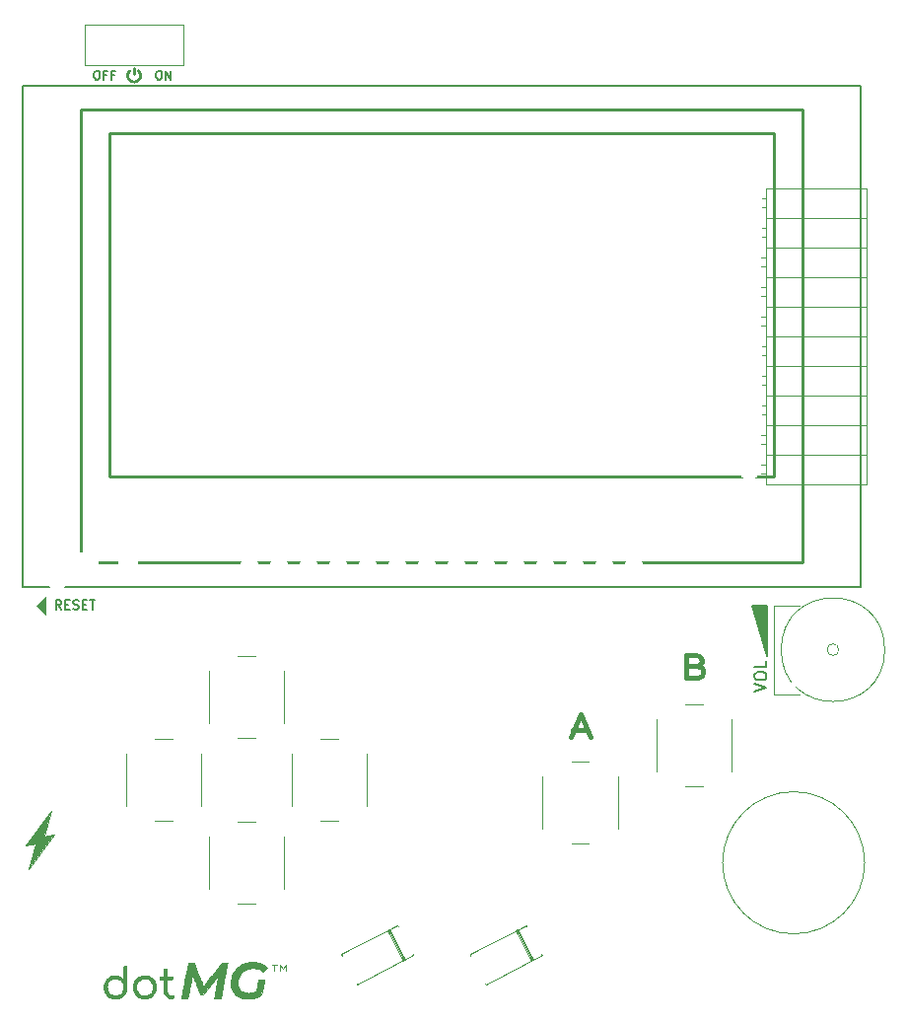
<source format=gbr>
G04 #@! TF.GenerationSoftware,KiCad,Pcbnew,(6.0.4)*
G04 #@! TF.CreationDate,2022-05-01T01:23:01+08:00*
G04 #@! TF.ProjectId,system,73797374-656d-42e6-9b69-6361645f7063,1.0-dev7*
G04 #@! TF.SameCoordinates,Original*
G04 #@! TF.FileFunction,Legend,Top*
G04 #@! TF.FilePolarity,Positive*
%FSLAX46Y46*%
G04 Gerber Fmt 4.6, Leading zero omitted, Abs format (unit mm)*
G04 Created by KiCad (PCBNEW (6.0.4)) date 2022-05-01 01:23:01*
%MOMM*%
%LPD*%
G01*
G04 APERTURE LIST*
G04 Aperture macros list*
%AMRoundRect*
0 Rectangle with rounded corners*
0 $1 Rounding radius*
0 $2 $3 $4 $5 $6 $7 $8 $9 X,Y pos of 4 corners*
0 Add a 4 corners polygon primitive as box body*
4,1,4,$2,$3,$4,$5,$6,$7,$8,$9,$2,$3,0*
0 Add four circle primitives for the rounded corners*
1,1,$1+$1,$2,$3*
1,1,$1+$1,$4,$5*
1,1,$1+$1,$6,$7*
1,1,$1+$1,$8,$9*
0 Add four rect primitives between the rounded corners*
20,1,$1+$1,$2,$3,$4,$5,0*
20,1,$1+$1,$4,$5,$6,$7,0*
20,1,$1+$1,$6,$7,$8,$9,0*
20,1,$1+$1,$8,$9,$2,$3,0*%
%AMHorizOval*
0 Thick line with rounded ends*
0 $1 width*
0 $2 $3 position (X,Y) of the first rounded end (center of the circle)*
0 $4 $5 position (X,Y) of the second rounded end (center of the circle)*
0 Add line between two ends*
20,1,$1,$2,$3,$4,$5,0*
0 Add two circle primitives to create the rounded ends*
1,1,$1,$2,$3*
1,1,$1,$4,$5*%
%AMFreePoly0*
4,1,25,0.438533,0.496437,0.442069,0.494973,0.469572,0.467470,0.471036,0.463934,0.474900,0.444501,0.474900,-0.406399,0.471036,-0.425832,0.469572,-0.429368,0.442069,-0.456871,0.438533,-0.458335,0.419100,-0.462199,-0.419099,-0.462199,-0.438532,-0.458335,-0.442068,-0.456871,-0.469571,-0.429368,-0.471035,-0.425832,-0.474899,-0.406399,-0.474899,0.444501,-0.471035,0.463934,-0.469571,0.467470,
-0.442068,0.494973,-0.438532,0.496437,-0.419099,0.500301,0.419100,0.500301,0.438533,0.496437,0.438533,0.496437,$1*%
G04 Aperture macros list end*
%ADD10C,0.100000*%
%ADD11C,0.254000*%
%ADD12C,0.177800*%
%ADD13C,0.381000*%
%ADD14C,0.114300*%
%ADD15C,0.150000*%
%ADD16C,0.120000*%
%ADD17C,0.250000*%
%ADD18C,0.010000*%
%ADD19C,1.851600*%
%ADD20C,5.501599*%
%ADD21C,5.501600*%
%ADD22RoundRect,0.050800X0.467788X1.483635X-1.483635X0.467788X-0.467788X-1.483635X1.483635X-0.467788X0*%
%ADD23HorizOval,2.301600X0.000000X0.000000X0.000000X0.000000X0*%
%ADD24C,1.625600*%
%ADD25C,1.801600*%
%ADD26C,2.101600*%
%ADD27C,1.401600*%
%ADD28FreePoly0,0.000000*%
%ADD29C,1.701600*%
%ADD30O,1.701600X1.701600*%
%ADD31C,2.201600*%
%ADD32O,1.801600X1.801600*%
G04 APERTURE END LIST*
D10*
G36*
X105664000Y-118872000D02*
G01*
X104902000Y-118110000D01*
X105664000Y-117348000D01*
X105664000Y-118872000D01*
G37*
X105664000Y-118872000D02*
X104902000Y-118110000D01*
X105664000Y-117348000D01*
X105664000Y-118872000D01*
G36*
X104267000Y-140716000D02*
G01*
X105029000Y-138049000D01*
X106426000Y-137795000D01*
X104267000Y-140716000D01*
G37*
X104267000Y-140716000D02*
X105029000Y-138049000D01*
X106426000Y-137795000D01*
X104267000Y-140716000D01*
D11*
X112890096Y-72250096D02*
G75*
G03*
X113665000Y-72237600I393904J-393904D01*
G01*
X113284000Y-72034400D02*
X113284000Y-72517000D01*
D10*
G36*
X105410000Y-138430000D02*
G01*
X104013000Y-138684000D01*
X106172000Y-135763000D01*
X105410000Y-138430000D01*
G37*
X105410000Y-138430000D02*
X104013000Y-138684000D01*
X106172000Y-135763000D01*
X105410000Y-138430000D01*
D12*
X115352285Y-72226714D02*
X115497428Y-72226714D01*
X115570000Y-72263000D01*
X115642571Y-72335571D01*
X115678857Y-72480714D01*
X115678857Y-72734714D01*
X115642571Y-72879857D01*
X115570000Y-72952428D01*
X115497428Y-72988714D01*
X115352285Y-72988714D01*
X115279714Y-72952428D01*
X115207142Y-72879857D01*
X115170857Y-72734714D01*
X115170857Y-72480714D01*
X115207142Y-72335571D01*
X115279714Y-72263000D01*
X115352285Y-72226714D01*
X116005428Y-72988714D02*
X116005428Y-72226714D01*
X116440857Y-72988714D01*
X116440857Y-72226714D01*
X110018285Y-72226714D02*
X110163428Y-72226714D01*
X110236000Y-72263000D01*
X110308571Y-72335571D01*
X110344857Y-72480714D01*
X110344857Y-72734714D01*
X110308571Y-72879857D01*
X110236000Y-72952428D01*
X110163428Y-72988714D01*
X110018285Y-72988714D01*
X109945714Y-72952428D01*
X109873142Y-72879857D01*
X109836857Y-72734714D01*
X109836857Y-72480714D01*
X109873142Y-72335571D01*
X109945714Y-72263000D01*
X110018285Y-72226714D01*
X110925428Y-72589571D02*
X110671428Y-72589571D01*
X110671428Y-72988714D02*
X110671428Y-72226714D01*
X111034285Y-72226714D01*
X111578571Y-72589571D02*
X111324571Y-72589571D01*
X111324571Y-72988714D02*
X111324571Y-72226714D01*
X111687428Y-72226714D01*
D13*
X161562428Y-123307928D02*
X161925285Y-123398642D01*
X162046238Y-123489357D01*
X162167190Y-123670785D01*
X162167190Y-123942928D01*
X162046238Y-124124357D01*
X161925285Y-124215071D01*
X161683380Y-124305785D01*
X160715761Y-124305785D01*
X160715761Y-122400785D01*
X161562428Y-122400785D01*
X161804333Y-122491500D01*
X161925285Y-122582214D01*
X162046238Y-122763642D01*
X162046238Y-122945071D01*
X161925285Y-123126500D01*
X161804333Y-123217214D01*
X161562428Y-123307928D01*
X160715761Y-123307928D01*
X150997238Y-128841500D02*
X152206761Y-128841500D01*
X150755333Y-129385785D02*
X151602000Y-127480785D01*
X152448666Y-129385785D01*
D12*
X166575619Y-125488095D02*
X167591619Y-125149428D01*
X166575619Y-124810761D01*
X166575619Y-124278571D02*
X166575619Y-124085047D01*
X166624000Y-123988285D01*
X166720761Y-123891523D01*
X166914285Y-123843142D01*
X167252952Y-123843142D01*
X167446476Y-123891523D01*
X167543238Y-123988285D01*
X167591619Y-124085047D01*
X167591619Y-124278571D01*
X167543238Y-124375333D01*
X167446476Y-124472095D01*
X167252952Y-124520476D01*
X166914285Y-124520476D01*
X166720761Y-124472095D01*
X166624000Y-124375333D01*
X166575619Y-124278571D01*
X167591619Y-122923904D02*
X167591619Y-123407714D01*
X166575619Y-123407714D01*
D14*
X125114866Y-148974628D02*
X125550295Y-148974628D01*
X125332580Y-149431828D02*
X125332580Y-148974628D01*
X125804295Y-149431828D02*
X125804295Y-148974628D01*
X126058295Y-149301200D01*
X126312295Y-148974628D01*
X126312295Y-149431828D01*
D15*
X107042095Y-118471904D02*
X106775428Y-118090952D01*
X106584952Y-118471904D02*
X106584952Y-117671904D01*
X106889714Y-117671904D01*
X106965904Y-117710000D01*
X107004000Y-117748095D01*
X107042095Y-117824285D01*
X107042095Y-117938571D01*
X107004000Y-118014761D01*
X106965904Y-118052857D01*
X106889714Y-118090952D01*
X106584952Y-118090952D01*
X107384952Y-118052857D02*
X107651619Y-118052857D01*
X107765904Y-118471904D02*
X107384952Y-118471904D01*
X107384952Y-117671904D01*
X107765904Y-117671904D01*
X108070666Y-118433809D02*
X108184952Y-118471904D01*
X108375428Y-118471904D01*
X108451619Y-118433809D01*
X108489714Y-118395714D01*
X108527809Y-118319523D01*
X108527809Y-118243333D01*
X108489714Y-118167142D01*
X108451619Y-118129047D01*
X108375428Y-118090952D01*
X108223047Y-118052857D01*
X108146857Y-118014761D01*
X108108761Y-117976666D01*
X108070666Y-117900476D01*
X108070666Y-117824285D01*
X108108761Y-117748095D01*
X108146857Y-117710000D01*
X108223047Y-117671904D01*
X108413523Y-117671904D01*
X108527809Y-117710000D01*
X108870666Y-118052857D02*
X109137333Y-118052857D01*
X109251619Y-118471904D02*
X108870666Y-118471904D01*
X108870666Y-117671904D01*
X109251619Y-117671904D01*
X109480190Y-117671904D02*
X109937333Y-117671904D01*
X109708761Y-118471904D02*
X109708761Y-117671904D01*
D16*
X176026000Y-140208000D02*
G75*
G03*
X176026000Y-140208000I-6100000J0D01*
G01*
X135923411Y-145540876D02*
X131098072Y-148052789D01*
X136589083Y-148508852D02*
X135231542Y-145901040D01*
X132455613Y-150660600D02*
X132395585Y-150545289D01*
X135983438Y-145656187D02*
X135923411Y-145540876D01*
X131098072Y-148052789D02*
X131158099Y-148168100D01*
X137220924Y-148033377D02*
X137280952Y-148148688D01*
X137280952Y-148148688D02*
X132455613Y-150660600D01*
X136482642Y-148564262D02*
X135125101Y-145956450D01*
X136376201Y-148619671D02*
X135018660Y-146011860D01*
X109029500Y-71780400D02*
X109029500Y-68275200D01*
X109029500Y-71780400D02*
X117538500Y-71780400D01*
X117538500Y-71780400D02*
X117538500Y-68275200D01*
X109029500Y-68275200D02*
X117538500Y-68275200D01*
D17*
X108700000Y-75596000D02*
X108700000Y-114396000D01*
D15*
X175700000Y-73496000D02*
X175700000Y-116496000D01*
X103700000Y-116496000D02*
X175700000Y-116496000D01*
D17*
X168200000Y-77596000D02*
X168200000Y-107096000D01*
D15*
X103700000Y-73496000D02*
X103700000Y-116496000D01*
D17*
X108700000Y-114396000D02*
X170700000Y-114396000D01*
X170700000Y-75596000D02*
X170700000Y-114396000D01*
X111200000Y-77596000D02*
X168200000Y-77596000D01*
X111200000Y-77596000D02*
X111200000Y-107096000D01*
D15*
X103700000Y-73496000D02*
X175700000Y-73496000D01*
D17*
X111200000Y-107096000D02*
X168200000Y-107096000D01*
X108700000Y-75596000D02*
X170700000Y-75596000D01*
D16*
X160631000Y-133600000D02*
X162131000Y-133600000D01*
X162131000Y-126600000D02*
X160631000Y-126600000D01*
X158131000Y-127850000D02*
X158131000Y-132350000D01*
X164631000Y-132350000D02*
X164631000Y-127850000D01*
X123686000Y-122484000D02*
X122186000Y-122484000D01*
X126186000Y-128234000D02*
X126186000Y-123734000D01*
X122186000Y-129484000D02*
X123686000Y-129484000D01*
X119686000Y-123734000D02*
X119686000Y-128234000D01*
X123686000Y-136708000D02*
X122186000Y-136708000D01*
X126186000Y-142458000D02*
X126186000Y-137958000D01*
X119686000Y-137958000D02*
X119686000Y-142458000D01*
X122186000Y-143708000D02*
X123686000Y-143708000D01*
X115074000Y-136596000D02*
X116574000Y-136596000D01*
X119074000Y-135346000D02*
X119074000Y-130846000D01*
X116574000Y-129596000D02*
X115074000Y-129596000D01*
X112574000Y-130846000D02*
X112574000Y-135346000D01*
X129298000Y-136596000D02*
X130798000Y-136596000D01*
X133298000Y-135346000D02*
X133298000Y-130846000D01*
X126798000Y-130846000D02*
X126798000Y-135346000D01*
X130798000Y-129596000D02*
X129298000Y-129596000D01*
X154852000Y-137303000D02*
X154852000Y-132803000D01*
X148352000Y-132803000D02*
X148352000Y-137303000D01*
X152352000Y-131553000D02*
X150852000Y-131553000D01*
X150852000Y-138553000D02*
X152352000Y-138553000D01*
X142119049Y-148052789D02*
X142179076Y-148168100D01*
X147004415Y-145656187D02*
X146944388Y-145540876D01*
X148301929Y-148148688D02*
X143476590Y-150660600D01*
X143476590Y-150660600D02*
X143416562Y-150545289D01*
X147503619Y-148564262D02*
X146146078Y-145956450D01*
X146944388Y-145540876D02*
X142119049Y-148052789D01*
X147397178Y-148619671D02*
X146039637Y-146011860D01*
X148241901Y-148033377D02*
X148301929Y-148148688D01*
X147610060Y-148508852D02*
X146252519Y-145901040D01*
X168224000Y-125730000D02*
X170434000Y-125730000D01*
X168224000Y-118110000D02*
X170434000Y-118110000D01*
X168224000Y-125730000D02*
X168224000Y-118110000D01*
X177749000Y-121920000D02*
G75*
G03*
X177749000Y-121920000I-4445000J0D01*
G01*
X173804000Y-121920000D02*
G75*
G03*
X173804000Y-121920000I-500000J0D01*
G01*
G36*
X167620000Y-122428000D02*
G01*
X166370000Y-118110000D01*
X167620000Y-118110000D01*
X167620000Y-122428000D01*
G37*
D15*
X167620000Y-122428000D02*
X166370000Y-118110000D01*
X167620000Y-118110000D01*
X167620000Y-122428000D01*
G36*
X123703197Y-148737658D02*
G01*
X123893983Y-148761530D01*
X124069748Y-148802130D01*
X124233084Y-148860124D01*
X124386581Y-148936179D01*
X124452352Y-148975971D01*
X124484313Y-148998861D01*
X124525208Y-149031618D01*
X124570902Y-149070492D01*
X124617259Y-149111732D01*
X124660147Y-149151588D01*
X124695428Y-149186309D01*
X124718968Y-149212144D01*
X124726700Y-149224817D01*
X124717463Y-149234928D01*
X124692005Y-149258308D01*
X124653706Y-149292076D01*
X124605947Y-149333346D01*
X124552108Y-149379236D01*
X124495569Y-149426861D01*
X124439711Y-149473338D01*
X124387916Y-149515783D01*
X124348955Y-149547054D01*
X124319138Y-149570658D01*
X124246694Y-149501933D01*
X124165347Y-149430737D01*
X124086831Y-149375963D01*
X124002012Y-149331630D01*
X123958238Y-149313046D01*
X123811581Y-149266586D01*
X123651529Y-149238392D01*
X123482931Y-149229057D01*
X123333941Y-149236650D01*
X123152104Y-149264584D01*
X122986679Y-149310752D01*
X122835378Y-149376204D01*
X122695910Y-149461986D01*
X122565986Y-149569146D01*
X122529243Y-149604899D01*
X122416423Y-149736336D01*
X122324435Y-149881892D01*
X122253630Y-150040660D01*
X122204362Y-150211734D01*
X122176983Y-150394206D01*
X122171034Y-150526750D01*
X122173161Y-150630535D01*
X122181594Y-150716945D01*
X122197932Y-150793567D01*
X122223774Y-150867986D01*
X122259188Y-150944750D01*
X122327106Y-151051975D01*
X122414994Y-151145674D01*
X122520791Y-151224961D01*
X122642434Y-151288952D01*
X122777863Y-151336761D01*
X122925017Y-151367505D01*
X123081834Y-151380296D01*
X123246253Y-151374251D01*
X123256988Y-151373202D01*
X123415868Y-151349791D01*
X123556926Y-151313142D01*
X123663370Y-151272015D01*
X123742038Y-151236597D01*
X123932953Y-150272750D01*
X124202827Y-150269322D01*
X124282532Y-150268747D01*
X124352917Y-150269079D01*
X124410294Y-150270227D01*
X124450971Y-150272108D01*
X124471258Y-150274633D01*
X124472860Y-150275672D01*
X124470453Y-150289700D01*
X124463489Y-150326194D01*
X124452450Y-150382726D01*
X124437817Y-150456868D01*
X124420070Y-150546190D01*
X124399691Y-150648265D01*
X124377162Y-150760663D01*
X124352964Y-150880956D01*
X124349740Y-150896951D01*
X124226461Y-151508453D01*
X124130505Y-151572760D01*
X123957433Y-151674458D01*
X123768865Y-151757718D01*
X123563310Y-151823172D01*
X123507500Y-151837208D01*
X123456516Y-151848633D01*
X123409001Y-151857206D01*
X123359508Y-151863431D01*
X123302590Y-151867812D01*
X123232803Y-151870854D01*
X123144702Y-151873059D01*
X123113801Y-151873635D01*
X122997410Y-151874730D01*
X122903121Y-151873404D01*
X122827736Y-151869543D01*
X122768060Y-151863031D01*
X122753336Y-151860649D01*
X122565702Y-151819299D01*
X122396620Y-151763818D01*
X122242620Y-151692729D01*
X122100229Y-151604553D01*
X122032819Y-151554006D01*
X121909126Y-151439789D01*
X121804853Y-151309373D01*
X121720289Y-151163269D01*
X121655723Y-151001987D01*
X121611443Y-150826035D01*
X121607419Y-150803445D01*
X121596564Y-150710082D01*
X121591925Y-150599967D01*
X121593255Y-150480914D01*
X121600311Y-150360737D01*
X121612846Y-150247248D01*
X121627543Y-150162272D01*
X121684067Y-149953622D01*
X121762450Y-149757124D01*
X121861716Y-149573943D01*
X121980886Y-149405241D01*
X122118983Y-149252183D01*
X122275028Y-149115932D01*
X122448046Y-148997652D01*
X122637057Y-148898506D01*
X122718327Y-148863905D01*
X122877798Y-148808582D01*
X123042232Y-148768575D01*
X123216645Y-148743016D01*
X123406052Y-148731039D01*
X123494800Y-148729849D01*
X123703197Y-148737658D01*
G37*
D18*
X123703197Y-148737658D02*
X123893983Y-148761530D01*
X124069748Y-148802130D01*
X124233084Y-148860124D01*
X124386581Y-148936179D01*
X124452352Y-148975971D01*
X124484313Y-148998861D01*
X124525208Y-149031618D01*
X124570902Y-149070492D01*
X124617259Y-149111732D01*
X124660147Y-149151588D01*
X124695428Y-149186309D01*
X124718968Y-149212144D01*
X124726700Y-149224817D01*
X124717463Y-149234928D01*
X124692005Y-149258308D01*
X124653706Y-149292076D01*
X124605947Y-149333346D01*
X124552108Y-149379236D01*
X124495569Y-149426861D01*
X124439711Y-149473338D01*
X124387916Y-149515783D01*
X124348955Y-149547054D01*
X124319138Y-149570658D01*
X124246694Y-149501933D01*
X124165347Y-149430737D01*
X124086831Y-149375963D01*
X124002012Y-149331630D01*
X123958238Y-149313046D01*
X123811581Y-149266586D01*
X123651529Y-149238392D01*
X123482931Y-149229057D01*
X123333941Y-149236650D01*
X123152104Y-149264584D01*
X122986679Y-149310752D01*
X122835378Y-149376204D01*
X122695910Y-149461986D01*
X122565986Y-149569146D01*
X122529243Y-149604899D01*
X122416423Y-149736336D01*
X122324435Y-149881892D01*
X122253630Y-150040660D01*
X122204362Y-150211734D01*
X122176983Y-150394206D01*
X122171034Y-150526750D01*
X122173161Y-150630535D01*
X122181594Y-150716945D01*
X122197932Y-150793567D01*
X122223774Y-150867986D01*
X122259188Y-150944750D01*
X122327106Y-151051975D01*
X122414994Y-151145674D01*
X122520791Y-151224961D01*
X122642434Y-151288952D01*
X122777863Y-151336761D01*
X122925017Y-151367505D01*
X123081834Y-151380296D01*
X123246253Y-151374251D01*
X123256988Y-151373202D01*
X123415868Y-151349791D01*
X123556926Y-151313142D01*
X123663370Y-151272015D01*
X123742038Y-151236597D01*
X123932953Y-150272750D01*
X124202827Y-150269322D01*
X124282532Y-150268747D01*
X124352917Y-150269079D01*
X124410294Y-150270227D01*
X124450971Y-150272108D01*
X124471258Y-150274633D01*
X124472860Y-150275672D01*
X124470453Y-150289700D01*
X124463489Y-150326194D01*
X124452450Y-150382726D01*
X124437817Y-150456868D01*
X124420070Y-150546190D01*
X124399691Y-150648265D01*
X124377162Y-150760663D01*
X124352964Y-150880956D01*
X124349740Y-150896951D01*
X124226461Y-151508453D01*
X124130505Y-151572760D01*
X123957433Y-151674458D01*
X123768865Y-151757718D01*
X123563310Y-151823172D01*
X123507500Y-151837208D01*
X123456516Y-151848633D01*
X123409001Y-151857206D01*
X123359508Y-151863431D01*
X123302590Y-151867812D01*
X123232803Y-151870854D01*
X123144702Y-151873059D01*
X123113801Y-151873635D01*
X122997410Y-151874730D01*
X122903121Y-151873404D01*
X122827736Y-151869543D01*
X122768060Y-151863031D01*
X122753336Y-151860649D01*
X122565702Y-151819299D01*
X122396620Y-151763818D01*
X122242620Y-151692729D01*
X122100229Y-151604553D01*
X122032819Y-151554006D01*
X121909126Y-151439789D01*
X121804853Y-151309373D01*
X121720289Y-151163269D01*
X121655723Y-151001987D01*
X121611443Y-150826035D01*
X121607419Y-150803445D01*
X121596564Y-150710082D01*
X121591925Y-150599967D01*
X121593255Y-150480914D01*
X121600311Y-150360737D01*
X121612846Y-150247248D01*
X121627543Y-150162272D01*
X121684067Y-149953622D01*
X121762450Y-149757124D01*
X121861716Y-149573943D01*
X121980886Y-149405241D01*
X122118983Y-149252183D01*
X122275028Y-149115932D01*
X122448046Y-148997652D01*
X122637057Y-148898506D01*
X122718327Y-148863905D01*
X122877798Y-148808582D01*
X123042232Y-148768575D01*
X123216645Y-148743016D01*
X123406052Y-148731039D01*
X123494800Y-148729849D01*
X123703197Y-148737658D01*
G36*
X113224653Y-150586220D02*
G01*
X113265907Y-150463422D01*
X113326019Y-150346873D01*
X113346503Y-150314567D01*
X113443198Y-150189096D01*
X113553620Y-150084970D01*
X113677584Y-150002287D01*
X113814904Y-149941144D01*
X113965395Y-149901636D01*
X114128871Y-149883859D01*
X114179957Y-149882779D01*
X114342433Y-149893929D01*
X114494497Y-149927603D01*
X114634888Y-149983027D01*
X114762345Y-150059425D01*
X114875608Y-150156026D01*
X114973414Y-150272055D01*
X115054504Y-150406737D01*
X115063548Y-150425150D01*
X115099859Y-150506236D01*
X115125731Y-150579101D01*
X115142751Y-150651292D01*
X115152504Y-150730359D01*
X115156579Y-150823847D01*
X115156980Y-150869650D01*
X115155151Y-150970328D01*
X115148361Y-151053539D01*
X115135162Y-151126970D01*
X115114104Y-151198309D01*
X115083742Y-151275244D01*
X115078222Y-151287908D01*
X115005373Y-151422720D01*
X114913022Y-151542482D01*
X114803274Y-151645497D01*
X114678235Y-151730071D01*
X114540009Y-151794507D01*
X114398616Y-151835477D01*
X114339890Y-151844055D01*
X114264913Y-151849610D01*
X114182023Y-151852050D01*
X114099557Y-151851287D01*
X114025853Y-151847230D01*
X113970755Y-151840091D01*
X113823044Y-151798763D01*
X113685110Y-151735647D01*
X113559447Y-151652722D01*
X113448549Y-151551965D01*
X113354912Y-151435356D01*
X113281029Y-151304871D01*
X113272931Y-151286820D01*
X113230382Y-151167933D01*
X113204439Y-151042337D01*
X113193849Y-150903475D01*
X113193454Y-150869650D01*
X113194089Y-150856945D01*
X113462686Y-150856945D01*
X113465942Y-150956348D01*
X113477907Y-151045947D01*
X113482306Y-151065689D01*
X113524369Y-151186423D01*
X113587765Y-151299255D01*
X113669151Y-151399433D01*
X113765189Y-151482202D01*
X113784313Y-151495239D01*
X113895486Y-151553126D01*
X114017785Y-151589497D01*
X114148152Y-151603906D01*
X114283530Y-151595908D01*
X114366354Y-151580057D01*
X114485025Y-151538670D01*
X114593275Y-151475624D01*
X114688579Y-151393403D01*
X114768408Y-151294489D01*
X114830235Y-151181366D01*
X114862075Y-151092903D01*
X114877696Y-151015516D01*
X114885994Y-150923540D01*
X114886862Y-150826737D01*
X114880189Y-150734871D01*
X114866924Y-150661679D01*
X114822391Y-150538446D01*
X114757277Y-150426667D01*
X114674123Y-150329036D01*
X114575471Y-150248248D01*
X114463861Y-150186998D01*
X114395777Y-150161970D01*
X114297018Y-150141000D01*
X114187712Y-150133208D01*
X114078047Y-150138604D01*
X113978212Y-150157198D01*
X113963450Y-150161516D01*
X113839565Y-150212793D01*
X113729827Y-150284301D01*
X113636133Y-150374021D01*
X113560380Y-150479932D01*
X113504469Y-150600014D01*
X113482306Y-150673611D01*
X113468142Y-150758959D01*
X113462686Y-150856945D01*
X113194089Y-150856945D01*
X113200941Y-150720039D01*
X113224653Y-150586220D01*
G37*
X113224653Y-150586220D02*
X113265907Y-150463422D01*
X113326019Y-150346873D01*
X113346503Y-150314567D01*
X113443198Y-150189096D01*
X113553620Y-150084970D01*
X113677584Y-150002287D01*
X113814904Y-149941144D01*
X113965395Y-149901636D01*
X114128871Y-149883859D01*
X114179957Y-149882779D01*
X114342433Y-149893929D01*
X114494497Y-149927603D01*
X114634888Y-149983027D01*
X114762345Y-150059425D01*
X114875608Y-150156026D01*
X114973414Y-150272055D01*
X115054504Y-150406737D01*
X115063548Y-150425150D01*
X115099859Y-150506236D01*
X115125731Y-150579101D01*
X115142751Y-150651292D01*
X115152504Y-150730359D01*
X115156579Y-150823847D01*
X115156980Y-150869650D01*
X115155151Y-150970328D01*
X115148361Y-151053539D01*
X115135162Y-151126970D01*
X115114104Y-151198309D01*
X115083742Y-151275244D01*
X115078222Y-151287908D01*
X115005373Y-151422720D01*
X114913022Y-151542482D01*
X114803274Y-151645497D01*
X114678235Y-151730071D01*
X114540009Y-151794507D01*
X114398616Y-151835477D01*
X114339890Y-151844055D01*
X114264913Y-151849610D01*
X114182023Y-151852050D01*
X114099557Y-151851287D01*
X114025853Y-151847230D01*
X113970755Y-151840091D01*
X113823044Y-151798763D01*
X113685110Y-151735647D01*
X113559447Y-151652722D01*
X113448549Y-151551965D01*
X113354912Y-151435356D01*
X113281029Y-151304871D01*
X113272931Y-151286820D01*
X113230382Y-151167933D01*
X113204439Y-151042337D01*
X113193849Y-150903475D01*
X113193454Y-150869650D01*
X113194089Y-150856945D01*
X113462686Y-150856945D01*
X113465942Y-150956348D01*
X113477907Y-151045947D01*
X113482306Y-151065689D01*
X113524369Y-151186423D01*
X113587765Y-151299255D01*
X113669151Y-151399433D01*
X113765189Y-151482202D01*
X113784313Y-151495239D01*
X113895486Y-151553126D01*
X114017785Y-151589497D01*
X114148152Y-151603906D01*
X114283530Y-151595908D01*
X114366354Y-151580057D01*
X114485025Y-151538670D01*
X114593275Y-151475624D01*
X114688579Y-151393403D01*
X114768408Y-151294489D01*
X114830235Y-151181366D01*
X114862075Y-151092903D01*
X114877696Y-151015516D01*
X114885994Y-150923540D01*
X114886862Y-150826737D01*
X114880189Y-150734871D01*
X114866924Y-150661679D01*
X114822391Y-150538446D01*
X114757277Y-150426667D01*
X114674123Y-150329036D01*
X114575471Y-150248248D01*
X114463861Y-150186998D01*
X114395777Y-150161970D01*
X114297018Y-150141000D01*
X114187712Y-150133208D01*
X114078047Y-150138604D01*
X113978212Y-150157198D01*
X113963450Y-150161516D01*
X113839565Y-150212793D01*
X113729827Y-150284301D01*
X113636133Y-150374021D01*
X113560380Y-150479932D01*
X113504469Y-150600014D01*
X113482306Y-150673611D01*
X113468142Y-150758959D01*
X113462686Y-150856945D01*
X113194089Y-150856945D01*
X113200941Y-150720039D01*
X113224653Y-150586220D01*
G36*
X118105988Y-148769786D02*
G01*
X118180163Y-148770686D01*
X118180709Y-148770695D01*
X118416518Y-148774150D01*
X118818469Y-149787113D01*
X118879035Y-149939458D01*
X118937032Y-150084779D01*
X118991768Y-150221376D01*
X119042551Y-150347547D01*
X119088689Y-150461590D01*
X119129489Y-150561808D01*
X119164262Y-150646498D01*
X119192316Y-150713961D01*
X119212956Y-150762494D01*
X119225494Y-150790400D01*
X119229180Y-150796763D01*
X119238040Y-150786493D01*
X119261438Y-150757514D01*
X119298319Y-150711171D01*
X119347628Y-150648808D01*
X119408311Y-150571766D01*
X119479312Y-150481391D01*
X119559578Y-150379025D01*
X119648053Y-150266011D01*
X119743684Y-150143693D01*
X119845415Y-150013414D01*
X119952191Y-149876517D01*
X120024443Y-149783799D01*
X120810946Y-148774150D01*
X121062136Y-148770701D01*
X121150841Y-148769800D01*
X121216841Y-148769960D01*
X121262814Y-148771320D01*
X121291437Y-148774019D01*
X121305390Y-148778194D01*
X121307591Y-148783401D01*
X121304423Y-148797679D01*
X121296598Y-148835336D01*
X121284425Y-148894843D01*
X121268212Y-148974669D01*
X121248267Y-149073283D01*
X121224898Y-149189154D01*
X121198413Y-149320753D01*
X121169121Y-149466549D01*
X121137329Y-149625011D01*
X121103345Y-149794609D01*
X121067478Y-149973813D01*
X121030035Y-150161091D01*
X120998220Y-150320375D01*
X120694585Y-151841200D01*
X120424643Y-151841200D01*
X120344946Y-151840773D01*
X120274596Y-151839581D01*
X120217275Y-151837753D01*
X120176668Y-151835419D01*
X120156460Y-151832709D01*
X120154889Y-151831675D01*
X120157335Y-151818013D01*
X120164365Y-151781339D01*
X120175606Y-151723555D01*
X120190680Y-151646559D01*
X120209217Y-151552253D01*
X120230840Y-151442538D01*
X120255177Y-151319312D01*
X120281852Y-151184475D01*
X120310491Y-151039929D01*
X120340721Y-150887574D01*
X120350586Y-150837900D01*
X120381174Y-150683646D01*
X120410207Y-150536724D01*
X120437317Y-150399022D01*
X120462139Y-150272421D01*
X120484306Y-150158808D01*
X120503452Y-150060068D01*
X120519210Y-149978085D01*
X120531214Y-149914743D01*
X120539099Y-149871928D01*
X120542497Y-149851526D01*
X120542575Y-149850035D01*
X120534367Y-149859207D01*
X120511623Y-149886877D01*
X120475511Y-149931580D01*
X120427198Y-149991850D01*
X120367851Y-150066221D01*
X120298636Y-150153226D01*
X120220722Y-150251400D01*
X120135275Y-150359275D01*
X120043461Y-150475387D01*
X119946448Y-150598269D01*
X119892852Y-150666237D01*
X119246650Y-151486054D01*
X119113978Y-151482652D01*
X118981305Y-151479249D01*
X118637728Y-150645079D01*
X118580971Y-150507652D01*
X118526930Y-150377524D01*
X118476389Y-150256536D01*
X118430131Y-150146533D01*
X118388941Y-150049356D01*
X118353602Y-149966848D01*
X118324898Y-149900850D01*
X118303614Y-149853207D01*
X118290534Y-149825759D01*
X118286503Y-149819578D01*
X118283029Y-149832949D01*
X118275016Y-149869361D01*
X118262841Y-149926941D01*
X118246884Y-150003810D01*
X118227522Y-150098093D01*
X118205133Y-150207912D01*
X118180096Y-150331391D01*
X118152787Y-150466654D01*
X118123586Y-150611824D01*
X118092869Y-150765025D01*
X118061017Y-150924380D01*
X118028405Y-151088011D01*
X117995412Y-151254044D01*
X117962417Y-151420601D01*
X117929797Y-151585806D01*
X117897931Y-151747782D01*
X117892682Y-151774525D01*
X117879599Y-151841200D01*
X117607450Y-151841200D01*
X117527398Y-151840770D01*
X117456663Y-151839568D01*
X117398918Y-151837724D01*
X117357835Y-151835369D01*
X117337089Y-151832633D01*
X117335300Y-151831525D01*
X117337745Y-151818082D01*
X117344875Y-151781255D01*
X117356391Y-151722562D01*
X117371990Y-151643524D01*
X117391370Y-151545660D01*
X117414227Y-151430491D01*
X117440261Y-151299536D01*
X117469168Y-151154316D01*
X117500649Y-150996351D01*
X117534398Y-150827159D01*
X117570116Y-150648261D01*
X117607499Y-150461179D01*
X117640101Y-150298150D01*
X117678637Y-150105473D01*
X117715765Y-149919788D01*
X117751181Y-149742605D01*
X117784585Y-149575437D01*
X117815673Y-149419795D01*
X117844146Y-149277193D01*
X117869699Y-149149140D01*
X117892033Y-149037150D01*
X117910846Y-148942735D01*
X117925835Y-148867407D01*
X117936698Y-148812676D01*
X117943135Y-148780056D01*
X117944901Y-148770844D01*
X117956941Y-148769886D01*
X117990433Y-148769388D01*
X118041430Y-148769354D01*
X118105988Y-148769786D01*
G37*
X118105988Y-148769786D02*
X118180163Y-148770686D01*
X118180709Y-148770695D01*
X118416518Y-148774150D01*
X118818469Y-149787113D01*
X118879035Y-149939458D01*
X118937032Y-150084779D01*
X118991768Y-150221376D01*
X119042551Y-150347547D01*
X119088689Y-150461590D01*
X119129489Y-150561808D01*
X119164262Y-150646498D01*
X119192316Y-150713961D01*
X119212956Y-150762494D01*
X119225494Y-150790400D01*
X119229180Y-150796763D01*
X119238040Y-150786493D01*
X119261438Y-150757514D01*
X119298319Y-150711171D01*
X119347628Y-150648808D01*
X119408311Y-150571766D01*
X119479312Y-150481391D01*
X119559578Y-150379025D01*
X119648053Y-150266011D01*
X119743684Y-150143693D01*
X119845415Y-150013414D01*
X119952191Y-149876517D01*
X120024443Y-149783799D01*
X120810946Y-148774150D01*
X121062136Y-148770701D01*
X121150841Y-148769800D01*
X121216841Y-148769960D01*
X121262814Y-148771320D01*
X121291437Y-148774019D01*
X121305390Y-148778194D01*
X121307591Y-148783401D01*
X121304423Y-148797679D01*
X121296598Y-148835336D01*
X121284425Y-148894843D01*
X121268212Y-148974669D01*
X121248267Y-149073283D01*
X121224898Y-149189154D01*
X121198413Y-149320753D01*
X121169121Y-149466549D01*
X121137329Y-149625011D01*
X121103345Y-149794609D01*
X121067478Y-149973813D01*
X121030035Y-150161091D01*
X120998220Y-150320375D01*
X120694585Y-151841200D01*
X120424643Y-151841200D01*
X120344946Y-151840773D01*
X120274596Y-151839581D01*
X120217275Y-151837753D01*
X120176668Y-151835419D01*
X120156460Y-151832709D01*
X120154889Y-151831675D01*
X120157335Y-151818013D01*
X120164365Y-151781339D01*
X120175606Y-151723555D01*
X120190680Y-151646559D01*
X120209217Y-151552253D01*
X120230840Y-151442538D01*
X120255177Y-151319312D01*
X120281852Y-151184475D01*
X120310491Y-151039929D01*
X120340721Y-150887574D01*
X120350586Y-150837900D01*
X120381174Y-150683646D01*
X120410207Y-150536724D01*
X120437317Y-150399022D01*
X120462139Y-150272421D01*
X120484306Y-150158808D01*
X120503452Y-150060068D01*
X120519210Y-149978085D01*
X120531214Y-149914743D01*
X120539099Y-149871928D01*
X120542497Y-149851526D01*
X120542575Y-149850035D01*
X120534367Y-149859207D01*
X120511623Y-149886877D01*
X120475511Y-149931580D01*
X120427198Y-149991850D01*
X120367851Y-150066221D01*
X120298636Y-150153226D01*
X120220722Y-150251400D01*
X120135275Y-150359275D01*
X120043461Y-150475387D01*
X119946448Y-150598269D01*
X119892852Y-150666237D01*
X119246650Y-151486054D01*
X119113978Y-151482652D01*
X118981305Y-151479249D01*
X118637728Y-150645079D01*
X118580971Y-150507652D01*
X118526930Y-150377524D01*
X118476389Y-150256536D01*
X118430131Y-150146533D01*
X118388941Y-150049356D01*
X118353602Y-149966848D01*
X118324898Y-149900850D01*
X118303614Y-149853207D01*
X118290534Y-149825759D01*
X118286503Y-149819578D01*
X118283029Y-149832949D01*
X118275016Y-149869361D01*
X118262841Y-149926941D01*
X118246884Y-150003810D01*
X118227522Y-150098093D01*
X118205133Y-150207912D01*
X118180096Y-150331391D01*
X118152787Y-150466654D01*
X118123586Y-150611824D01*
X118092869Y-150765025D01*
X118061017Y-150924380D01*
X118028405Y-151088011D01*
X117995412Y-151254044D01*
X117962417Y-151420601D01*
X117929797Y-151585806D01*
X117897931Y-151747782D01*
X117892682Y-151774525D01*
X117879599Y-151841200D01*
X117607450Y-151841200D01*
X117527398Y-151840770D01*
X117456663Y-151839568D01*
X117398918Y-151837724D01*
X117357835Y-151835369D01*
X117337089Y-151832633D01*
X117335300Y-151831525D01*
X117337745Y-151818082D01*
X117344875Y-151781255D01*
X117356391Y-151722562D01*
X117371990Y-151643524D01*
X117391370Y-151545660D01*
X117414227Y-151430491D01*
X117440261Y-151299536D01*
X117469168Y-151154316D01*
X117500649Y-150996351D01*
X117534398Y-150827159D01*
X117570116Y-150648261D01*
X117607499Y-150461179D01*
X117640101Y-150298150D01*
X117678637Y-150105473D01*
X117715765Y-149919788D01*
X117751181Y-149742605D01*
X117784585Y-149575437D01*
X117815673Y-149419795D01*
X117844146Y-149277193D01*
X117869699Y-149149140D01*
X117892033Y-149037150D01*
X117910846Y-148942735D01*
X117925835Y-148867407D01*
X117936698Y-148812676D01*
X117943135Y-148780056D01*
X117944901Y-148770844D01*
X117956941Y-148769886D01*
X117990433Y-148769388D01*
X118041430Y-148769354D01*
X118105988Y-148769786D01*
G36*
X110694139Y-150686229D02*
G01*
X110705541Y-150614764D01*
X110724196Y-150547382D01*
X110751646Y-150477022D01*
X110789435Y-150396624D01*
X110791034Y-150393400D01*
X110821827Y-150334794D01*
X110852080Y-150286527D01*
X110887379Y-150241070D01*
X110933312Y-150190898D01*
X110965755Y-150157940D01*
X111079670Y-150057628D01*
X111197999Y-149981341D01*
X111323844Y-149927794D01*
X111460310Y-149895696D01*
X111610499Y-149883762D01*
X111626651Y-149883627D01*
X111727174Y-149885912D01*
X111810678Y-149894152D01*
X111885112Y-149909652D01*
X111958425Y-149933713D01*
X111977088Y-149941049D01*
X112101191Y-150001098D01*
X112210285Y-150076359D01*
X112282818Y-150141620D01*
X112368567Y-150226391D01*
X112372259Y-149690770D01*
X112373221Y-149555543D01*
X112374256Y-149443394D01*
X112375633Y-149352000D01*
X112377628Y-149279043D01*
X112380512Y-149222198D01*
X112384554Y-149179147D01*
X112390030Y-149147567D01*
X112397211Y-149125136D01*
X112406367Y-149109534D01*
X112417772Y-149098439D01*
X112431699Y-149089530D01*
X112443475Y-149083145D01*
X112476393Y-149072722D01*
X112518171Y-149068089D01*
X112525932Y-149068115D01*
X112567126Y-149074253D01*
X112598821Y-149094323D01*
X112613383Y-149109337D01*
X112649000Y-149149200D01*
X112649000Y-150068920D01*
X112648930Y-150249463D01*
X112648698Y-150406428D01*
X112648269Y-150541635D01*
X112647609Y-150656903D01*
X112646681Y-150754056D01*
X112645454Y-150834911D01*
X112643890Y-150901292D01*
X112641956Y-150955017D01*
X112639618Y-150997909D01*
X112636840Y-151031787D01*
X112633588Y-151058473D01*
X112629827Y-151079787D01*
X112629766Y-151080075D01*
X112587087Y-151228430D01*
X112523550Y-151363887D01*
X112437578Y-151489461D01*
X112382437Y-151552976D01*
X112267332Y-151658353D01*
X112139576Y-151742115D01*
X112000597Y-151803451D01*
X111887415Y-151834763D01*
X111815737Y-151845218D01*
X111728664Y-151850936D01*
X111635193Y-151851932D01*
X111544320Y-151848221D01*
X111465041Y-151839816D01*
X111433360Y-151834034D01*
X111291464Y-151790345D01*
X111157843Y-151724509D01*
X111035533Y-151639009D01*
X110927567Y-151536328D01*
X110836983Y-151418947D01*
X110766815Y-151289347D01*
X110766553Y-151288750D01*
X110736308Y-151215844D01*
X110714689Y-151152871D01*
X110700319Y-151092585D01*
X110691820Y-151027738D01*
X110687815Y-150951082D01*
X110686915Y-150869650D01*
X110686958Y-150866821D01*
X110947087Y-150866821D01*
X110959565Y-151000379D01*
X110972288Y-151058930D01*
X111017600Y-151189016D01*
X111081867Y-151303622D01*
X111163029Y-151401531D01*
X111259024Y-151481525D01*
X111367790Y-151542386D01*
X111487265Y-151582897D01*
X111615389Y-151601840D01*
X111750100Y-151597999D01*
X111853817Y-151579529D01*
X111970545Y-151538762D01*
X112075872Y-151477274D01*
X112168209Y-151397767D01*
X112245968Y-151302947D01*
X112307562Y-151195517D01*
X112351405Y-151078182D01*
X112375909Y-150953647D01*
X112379486Y-150824617D01*
X112364169Y-150709997D01*
X112324077Y-150576477D01*
X112264691Y-150457874D01*
X112187968Y-150355519D01*
X112095864Y-150270743D01*
X111990338Y-150204877D01*
X111873347Y-150159251D01*
X111746848Y-150135197D01*
X111612800Y-150134046D01*
X111532328Y-150144403D01*
X111406037Y-150179071D01*
X111292041Y-150234346D01*
X111191785Y-150307874D01*
X111106710Y-150397296D01*
X111038260Y-150500259D01*
X110987877Y-150614405D01*
X110957005Y-150737378D01*
X110947087Y-150866821D01*
X110686958Y-150866821D01*
X110688445Y-150768837D01*
X110694139Y-150686229D01*
G37*
X110694139Y-150686229D02*
X110705541Y-150614764D01*
X110724196Y-150547382D01*
X110751646Y-150477022D01*
X110789435Y-150396624D01*
X110791034Y-150393400D01*
X110821827Y-150334794D01*
X110852080Y-150286527D01*
X110887379Y-150241070D01*
X110933312Y-150190898D01*
X110965755Y-150157940D01*
X111079670Y-150057628D01*
X111197999Y-149981341D01*
X111323844Y-149927794D01*
X111460310Y-149895696D01*
X111610499Y-149883762D01*
X111626651Y-149883627D01*
X111727174Y-149885912D01*
X111810678Y-149894152D01*
X111885112Y-149909652D01*
X111958425Y-149933713D01*
X111977088Y-149941049D01*
X112101191Y-150001098D01*
X112210285Y-150076359D01*
X112282818Y-150141620D01*
X112368567Y-150226391D01*
X112372259Y-149690770D01*
X112373221Y-149555543D01*
X112374256Y-149443394D01*
X112375633Y-149352000D01*
X112377628Y-149279043D01*
X112380512Y-149222198D01*
X112384554Y-149179147D01*
X112390030Y-149147567D01*
X112397211Y-149125136D01*
X112406367Y-149109534D01*
X112417772Y-149098439D01*
X112431699Y-149089530D01*
X112443475Y-149083145D01*
X112476393Y-149072722D01*
X112518171Y-149068089D01*
X112525932Y-149068115D01*
X112567126Y-149074253D01*
X112598821Y-149094323D01*
X112613383Y-149109337D01*
X112649000Y-149149200D01*
X112649000Y-150068920D01*
X112648930Y-150249463D01*
X112648698Y-150406428D01*
X112648269Y-150541635D01*
X112647609Y-150656903D01*
X112646681Y-150754056D01*
X112645454Y-150834911D01*
X112643890Y-150901292D01*
X112641956Y-150955017D01*
X112639618Y-150997909D01*
X112636840Y-151031787D01*
X112633588Y-151058473D01*
X112629827Y-151079787D01*
X112629766Y-151080075D01*
X112587087Y-151228430D01*
X112523550Y-151363887D01*
X112437578Y-151489461D01*
X112382437Y-151552976D01*
X112267332Y-151658353D01*
X112139576Y-151742115D01*
X112000597Y-151803451D01*
X111887415Y-151834763D01*
X111815737Y-151845218D01*
X111728664Y-151850936D01*
X111635193Y-151851932D01*
X111544320Y-151848221D01*
X111465041Y-151839816D01*
X111433360Y-151834034D01*
X111291464Y-151790345D01*
X111157843Y-151724509D01*
X111035533Y-151639009D01*
X110927567Y-151536328D01*
X110836983Y-151418947D01*
X110766815Y-151289347D01*
X110766553Y-151288750D01*
X110736308Y-151215844D01*
X110714689Y-151152871D01*
X110700319Y-151092585D01*
X110691820Y-151027738D01*
X110687815Y-150951082D01*
X110686915Y-150869650D01*
X110686958Y-150866821D01*
X110947087Y-150866821D01*
X110959565Y-151000379D01*
X110972288Y-151058930D01*
X111017600Y-151189016D01*
X111081867Y-151303622D01*
X111163029Y-151401531D01*
X111259024Y-151481525D01*
X111367790Y-151542386D01*
X111487265Y-151582897D01*
X111615389Y-151601840D01*
X111750100Y-151597999D01*
X111853817Y-151579529D01*
X111970545Y-151538762D01*
X112075872Y-151477274D01*
X112168209Y-151397767D01*
X112245968Y-151302947D01*
X112307562Y-151195517D01*
X112351405Y-151078182D01*
X112375909Y-150953647D01*
X112379486Y-150824617D01*
X112364169Y-150709997D01*
X112324077Y-150576477D01*
X112264691Y-150457874D01*
X112187968Y-150355519D01*
X112095864Y-150270743D01*
X111990338Y-150204877D01*
X111873347Y-150159251D01*
X111746848Y-150135197D01*
X111612800Y-150134046D01*
X111532328Y-150144403D01*
X111406037Y-150179071D01*
X111292041Y-150234346D01*
X111191785Y-150307874D01*
X111106710Y-150397296D01*
X111038260Y-150500259D01*
X110987877Y-150614405D01*
X110957005Y-150737378D01*
X110947087Y-150866821D01*
X110686958Y-150866821D01*
X110688445Y-150768837D01*
X110694139Y-150686229D01*
G36*
X115980223Y-149287518D02*
G01*
X116024859Y-149310825D01*
X116053160Y-149343166D01*
X116061194Y-149358203D01*
X116067286Y-149375838D01*
X116071702Y-149399604D01*
X116074708Y-149433029D01*
X116076568Y-149479644D01*
X116077549Y-149542977D01*
X116077917Y-149626560D01*
X116077953Y-149672675D01*
X116078001Y-149961600D01*
X116281609Y-149961600D01*
X116380868Y-149962908D01*
X116457566Y-149967585D01*
X116514442Y-149976761D01*
X116554236Y-149991567D01*
X116579687Y-150013131D01*
X116593535Y-150042584D01*
X116598518Y-150081057D01*
X116598700Y-150092383D01*
X116588021Y-150139053D01*
X116565219Y-150169418D01*
X116531736Y-150202900D01*
X116078001Y-150202900D01*
X116078001Y-150697575D01*
X116078197Y-150836568D01*
X116078934Y-150952740D01*
X116080431Y-151048667D01*
X116082909Y-151126926D01*
X116086588Y-151190094D01*
X116091689Y-151240746D01*
X116098431Y-151281460D01*
X116107035Y-151314813D01*
X116117721Y-151343379D01*
X116130709Y-151369738D01*
X116136322Y-151379759D01*
X116193447Y-151455124D01*
X116266366Y-151511086D01*
X116353537Y-151546811D01*
X116453426Y-151561464D01*
X116472067Y-151561800D01*
X116522736Y-151563870D01*
X116568881Y-151569251D01*
X116595968Y-151575450D01*
X116640008Y-151602420D01*
X116667701Y-151642916D01*
X116678836Y-151690847D01*
X116673202Y-151740126D01*
X116650589Y-151784663D01*
X116610788Y-151818367D01*
X116604468Y-151821575D01*
X116562744Y-151833264D01*
X116504004Y-151839264D01*
X116435979Y-151839591D01*
X116366403Y-151834259D01*
X116303009Y-151823282D01*
X116293900Y-151820988D01*
X116173331Y-151776421D01*
X116066545Y-151711111D01*
X115975032Y-151626534D01*
X115900277Y-151524173D01*
X115843769Y-151405506D01*
X115827536Y-151356937D01*
X115822375Y-151336017D01*
X115818031Y-151309174D01*
X115814404Y-151273985D01*
X115811390Y-151228030D01*
X115808890Y-151168885D01*
X115806801Y-151094128D01*
X115805022Y-151001337D01*
X115803452Y-150888090D01*
X115801989Y-150751966D01*
X115801929Y-150745825D01*
X115796684Y-150202900D01*
X115663457Y-150202900D01*
X115605270Y-150201630D01*
X115554553Y-150198205D01*
X115517989Y-150193201D01*
X115504590Y-150189177D01*
X115476472Y-150161815D01*
X115457249Y-150120316D01*
X115451054Y-150075496D01*
X115453812Y-150056387D01*
X115468961Y-150020750D01*
X115494804Y-149995239D01*
X115535015Y-149978248D01*
X115593273Y-149968170D01*
X115666140Y-149963619D01*
X115798600Y-149959288D01*
X115799317Y-149684218D01*
X115800395Y-149574496D01*
X115802961Y-149485735D01*
X115806952Y-149419211D01*
X115812305Y-149376196D01*
X115815192Y-149364700D01*
X115841823Y-149320982D01*
X115882404Y-149293166D01*
X115930638Y-149281821D01*
X115980223Y-149287518D01*
G37*
X115980223Y-149287518D02*
X116024859Y-149310825D01*
X116053160Y-149343166D01*
X116061194Y-149358203D01*
X116067286Y-149375838D01*
X116071702Y-149399604D01*
X116074708Y-149433029D01*
X116076568Y-149479644D01*
X116077549Y-149542977D01*
X116077917Y-149626560D01*
X116077953Y-149672675D01*
X116078001Y-149961600D01*
X116281609Y-149961600D01*
X116380868Y-149962908D01*
X116457566Y-149967585D01*
X116514442Y-149976761D01*
X116554236Y-149991567D01*
X116579687Y-150013131D01*
X116593535Y-150042584D01*
X116598518Y-150081057D01*
X116598700Y-150092383D01*
X116588021Y-150139053D01*
X116565219Y-150169418D01*
X116531736Y-150202900D01*
X116078001Y-150202900D01*
X116078001Y-150697575D01*
X116078197Y-150836568D01*
X116078934Y-150952740D01*
X116080431Y-151048667D01*
X116082909Y-151126926D01*
X116086588Y-151190094D01*
X116091689Y-151240746D01*
X116098431Y-151281460D01*
X116107035Y-151314813D01*
X116117721Y-151343379D01*
X116130709Y-151369738D01*
X116136322Y-151379759D01*
X116193447Y-151455124D01*
X116266366Y-151511086D01*
X116353537Y-151546811D01*
X116453426Y-151561464D01*
X116472067Y-151561800D01*
X116522736Y-151563870D01*
X116568881Y-151569251D01*
X116595968Y-151575450D01*
X116640008Y-151602420D01*
X116667701Y-151642916D01*
X116678836Y-151690847D01*
X116673202Y-151740126D01*
X116650589Y-151784663D01*
X116610788Y-151818367D01*
X116604468Y-151821575D01*
X116562744Y-151833264D01*
X116504004Y-151839264D01*
X116435979Y-151839591D01*
X116366403Y-151834259D01*
X116303009Y-151823282D01*
X116293900Y-151820988D01*
X116173331Y-151776421D01*
X116066545Y-151711111D01*
X115975032Y-151626534D01*
X115900277Y-151524173D01*
X115843769Y-151405506D01*
X115827536Y-151356937D01*
X115822375Y-151336017D01*
X115818031Y-151309174D01*
X115814404Y-151273985D01*
X115811390Y-151228030D01*
X115808890Y-151168885D01*
X115806801Y-151094128D01*
X115805022Y-151001337D01*
X115803452Y-150888090D01*
X115801989Y-150751966D01*
X115801929Y-150745825D01*
X115796684Y-150202900D01*
X115663457Y-150202900D01*
X115605270Y-150201630D01*
X115554553Y-150198205D01*
X115517989Y-150193201D01*
X115504590Y-150189177D01*
X115476472Y-150161815D01*
X115457249Y-150120316D01*
X115451054Y-150075496D01*
X115453812Y-150056387D01*
X115468961Y-150020750D01*
X115494804Y-149995239D01*
X115535015Y-149978248D01*
X115593273Y-149968170D01*
X115666140Y-149963619D01*
X115798600Y-149959288D01*
X115799317Y-149684218D01*
X115800395Y-149574496D01*
X115802961Y-149485735D01*
X115806952Y-149419211D01*
X115812305Y-149376196D01*
X115815192Y-149364700D01*
X115841823Y-149320982D01*
X115882404Y-149293166D01*
X115930638Y-149281821D01*
X115980223Y-149287518D01*
D16*
X167576000Y-106786000D02*
X167166000Y-106786000D01*
X167576000Y-95906000D02*
X167226000Y-95906000D01*
X176206000Y-107696000D02*
X167576000Y-107696000D01*
X167576000Y-103526000D02*
X167166000Y-103526000D01*
X167576000Y-100986000D02*
X167226000Y-100986000D01*
X167576000Y-93366000D02*
X167166000Y-93366000D01*
X176206000Y-94996000D02*
X167576000Y-94996000D01*
X167576000Y-86466000D02*
X167226000Y-86466000D01*
X167576000Y-101706000D02*
X167226000Y-101706000D01*
X176206000Y-84836000D02*
X167576000Y-84836000D01*
X167576000Y-90826000D02*
X167166000Y-90826000D01*
X176206000Y-105156000D02*
X167576000Y-105156000D01*
X167576000Y-98446000D02*
X167226000Y-98446000D01*
X176206000Y-97536000D02*
X167576000Y-97536000D01*
X176206000Y-107696000D02*
X176206000Y-100076000D01*
X176206000Y-89916000D02*
X167576000Y-89916000D01*
X176206000Y-100076000D02*
X176206000Y-82296000D01*
X167576000Y-85746000D02*
X167226000Y-85746000D01*
X167576000Y-100076000D02*
X167576000Y-82296000D01*
X167576000Y-99166000D02*
X167226000Y-99166000D01*
X167576000Y-83926000D02*
X167226000Y-83926000D01*
X176206000Y-87376000D02*
X167576000Y-87376000D01*
X176206000Y-82296000D02*
X167576000Y-82296000D01*
X167576000Y-91546000D02*
X167166000Y-91546000D01*
X176206000Y-100076000D02*
X167576000Y-100076000D01*
X167576000Y-107696000D02*
X167576000Y-100076000D01*
X167576000Y-88286000D02*
X167166000Y-88286000D01*
X167576000Y-94086000D02*
X167166000Y-94086000D01*
X167576000Y-89006000D02*
X167166000Y-89006000D01*
X176206000Y-102616000D02*
X167576000Y-102616000D01*
X167576000Y-106066000D02*
X167166000Y-106066000D01*
X167576000Y-83206000D02*
X167226000Y-83206000D01*
X167576000Y-96626000D02*
X167226000Y-96626000D01*
X176206000Y-92456000D02*
X167576000Y-92456000D01*
X167576000Y-104246000D02*
X167166000Y-104246000D01*
%LPC*%
D19*
X167426000Y-140208000D03*
X172426000Y-140208000D03*
D20*
X105791000Y-70104000D03*
D21*
X173609000Y-70104000D03*
D20*
X105791000Y-151130000D03*
X156464000Y-151130000D03*
D22*
X137569023Y-146341476D03*
D23*
X130810000Y-149860000D03*
D24*
X110794800Y-70866000D03*
X113284000Y-70866000D03*
X115773200Y-70866000D03*
D25*
X106200000Y-102616000D03*
X106200000Y-100076000D03*
X106200000Y-97536000D03*
X106200000Y-94996000D03*
X106200000Y-92456000D03*
X106200000Y-89916000D03*
X106200000Y-87376000D03*
D26*
X159131000Y-126850000D03*
X159131000Y-133350000D03*
X163631000Y-126850000D03*
X163631000Y-133350000D03*
X120686000Y-122734000D03*
X120686000Y-129234000D03*
X125186000Y-129234000D03*
X125186000Y-122734000D03*
X125186000Y-136958000D03*
X125186000Y-143458000D03*
X120686000Y-143458000D03*
X120686000Y-136958000D03*
X113574000Y-129846000D03*
X113574000Y-136346000D03*
X118074000Y-129846000D03*
X118074000Y-136346000D03*
X132298000Y-136346000D03*
X132298000Y-129846000D03*
X127798000Y-136346000D03*
X127798000Y-129846000D03*
X149352000Y-131803000D03*
X149352000Y-138303000D03*
X153852000Y-138303000D03*
X153852000Y-131803000D03*
D22*
X148590000Y-146341476D03*
D23*
X141830977Y-149860000D03*
D27*
X170434000Y-124460000D03*
X170434000Y-121920000D03*
X170434000Y-119380000D03*
D28*
X116840000Y-149225000D03*
D29*
X112776000Y-114300000D03*
D30*
X112776000Y-121920000D03*
D31*
X109170000Y-121584000D03*
X109170000Y-114574000D03*
D19*
X106680000Y-115824000D03*
X106680000Y-120324000D03*
X156210000Y-115000000D03*
X153670000Y-115000000D03*
X151130000Y-115000000D03*
X148590000Y-115000000D03*
X146050000Y-115000000D03*
X143510000Y-115000000D03*
X140970000Y-115000000D03*
X138430000Y-115000000D03*
X135890000Y-115000000D03*
X133350000Y-115000000D03*
X130810000Y-115000000D03*
X128270000Y-115000000D03*
X125730000Y-115000000D03*
X123190000Y-115000000D03*
X123190000Y-109920000D03*
X125730000Y-109920000D03*
X128270000Y-109920000D03*
X130810000Y-109920000D03*
X133350000Y-109920000D03*
X135890000Y-109920000D03*
X138430000Y-109920000D03*
X140970000Y-109920000D03*
X143510000Y-109920000D03*
X146050000Y-109920000D03*
X148590000Y-109920000D03*
X151130000Y-109920000D03*
X153670000Y-109920000D03*
X156210000Y-109920000D03*
D25*
X112014000Y-145161000D03*
X114554000Y-145161000D03*
X117094000Y-145161000D03*
X109474000Y-145161000D03*
D32*
X166116000Y-83566000D03*
X166116000Y-86106000D03*
X166116000Y-88646000D03*
X166116000Y-91186000D03*
X166116000Y-93726000D03*
D25*
X166116000Y-96266000D03*
X166116000Y-98806000D03*
D32*
X166116000Y-101346000D03*
X166116000Y-103886000D03*
X166116000Y-106426000D03*
X107696000Y-132969000D03*
M02*

</source>
